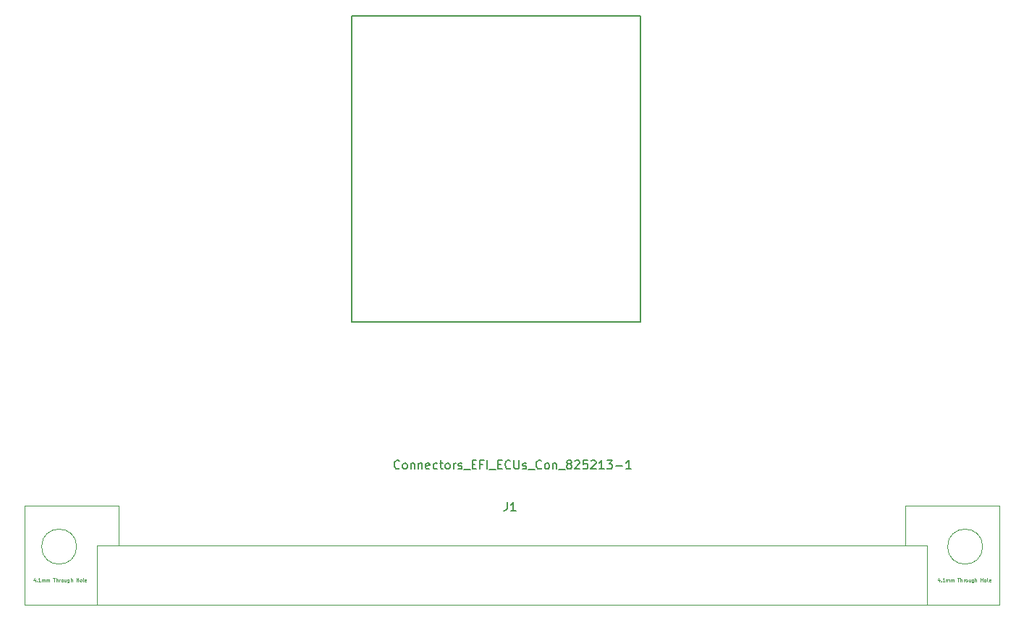
<source format=gto>
G04 #@! TF.GenerationSoftware,KiCad,Pcbnew,7.0.11-7.0.11~ubuntu22.04.1*
G04 #@! TF.CreationDate,2024-02-28T16:56:23+00:00*
G04 #@! TF.ProjectId,balefi,62616c65-6669-42e6-9b69-6361645f7063,rev?*
G04 #@! TF.SameCoordinates,Original*
G04 #@! TF.FileFunction,Legend,Top*
G04 #@! TF.FilePolarity,Positive*
%FSLAX46Y46*%
G04 Gerber Fmt 4.6, Leading zero omitted, Abs format (unit mm)*
G04 Created by KiCad (PCBNEW 7.0.11-7.0.11~ubuntu22.04.1) date 2024-02-28 16:56:23*
%MOMM*%
%LPD*%
G01*
G04 APERTURE LIST*
%ADD10C,0.150000*%
%ADD11C,0.050000*%
%ADD12C,0.120000*%
%ADD13C,0.200000*%
G04 APERTURE END LIST*
D10*
X77416666Y12095181D02*
X77416666Y11380896D01*
X77416666Y11380896D02*
X77369047Y11238039D01*
X77369047Y11238039D02*
X77273809Y11142800D01*
X77273809Y11142800D02*
X77130952Y11095181D01*
X77130952Y11095181D02*
X77035714Y11095181D01*
X78416666Y11095181D02*
X77845238Y11095181D01*
X78130952Y11095181D02*
X78130952Y12095181D01*
X78130952Y12095181D02*
X78035714Y11952324D01*
X78035714Y11952324D02*
X77940476Y11857086D01*
X77940476Y11857086D02*
X77845238Y11809467D01*
X64811903Y16090420D02*
X64764284Y16042800D01*
X64764284Y16042800D02*
X64621427Y15995181D01*
X64621427Y15995181D02*
X64526189Y15995181D01*
X64526189Y15995181D02*
X64383332Y16042800D01*
X64383332Y16042800D02*
X64288094Y16138039D01*
X64288094Y16138039D02*
X64240475Y16233277D01*
X64240475Y16233277D02*
X64192856Y16423753D01*
X64192856Y16423753D02*
X64192856Y16566610D01*
X64192856Y16566610D02*
X64240475Y16757086D01*
X64240475Y16757086D02*
X64288094Y16852324D01*
X64288094Y16852324D02*
X64383332Y16947562D01*
X64383332Y16947562D02*
X64526189Y16995181D01*
X64526189Y16995181D02*
X64621427Y16995181D01*
X64621427Y16995181D02*
X64764284Y16947562D01*
X64764284Y16947562D02*
X64811903Y16899943D01*
X65383332Y15995181D02*
X65288094Y16042800D01*
X65288094Y16042800D02*
X65240475Y16090420D01*
X65240475Y16090420D02*
X65192856Y16185658D01*
X65192856Y16185658D02*
X65192856Y16471372D01*
X65192856Y16471372D02*
X65240475Y16566610D01*
X65240475Y16566610D02*
X65288094Y16614229D01*
X65288094Y16614229D02*
X65383332Y16661848D01*
X65383332Y16661848D02*
X65526189Y16661848D01*
X65526189Y16661848D02*
X65621427Y16614229D01*
X65621427Y16614229D02*
X65669046Y16566610D01*
X65669046Y16566610D02*
X65716665Y16471372D01*
X65716665Y16471372D02*
X65716665Y16185658D01*
X65716665Y16185658D02*
X65669046Y16090420D01*
X65669046Y16090420D02*
X65621427Y16042800D01*
X65621427Y16042800D02*
X65526189Y15995181D01*
X65526189Y15995181D02*
X65383332Y15995181D01*
X66145237Y16661848D02*
X66145237Y15995181D01*
X66145237Y16566610D02*
X66192856Y16614229D01*
X66192856Y16614229D02*
X66288094Y16661848D01*
X66288094Y16661848D02*
X66430951Y16661848D01*
X66430951Y16661848D02*
X66526189Y16614229D01*
X66526189Y16614229D02*
X66573808Y16518991D01*
X66573808Y16518991D02*
X66573808Y15995181D01*
X67049999Y16661848D02*
X67049999Y15995181D01*
X67049999Y16566610D02*
X67097618Y16614229D01*
X67097618Y16614229D02*
X67192856Y16661848D01*
X67192856Y16661848D02*
X67335713Y16661848D01*
X67335713Y16661848D02*
X67430951Y16614229D01*
X67430951Y16614229D02*
X67478570Y16518991D01*
X67478570Y16518991D02*
X67478570Y15995181D01*
X68335713Y16042800D02*
X68240475Y15995181D01*
X68240475Y15995181D02*
X68049999Y15995181D01*
X68049999Y15995181D02*
X67954761Y16042800D01*
X67954761Y16042800D02*
X67907142Y16138039D01*
X67907142Y16138039D02*
X67907142Y16518991D01*
X67907142Y16518991D02*
X67954761Y16614229D01*
X67954761Y16614229D02*
X68049999Y16661848D01*
X68049999Y16661848D02*
X68240475Y16661848D01*
X68240475Y16661848D02*
X68335713Y16614229D01*
X68335713Y16614229D02*
X68383332Y16518991D01*
X68383332Y16518991D02*
X68383332Y16423753D01*
X68383332Y16423753D02*
X67907142Y16328515D01*
X69240475Y16042800D02*
X69145237Y15995181D01*
X69145237Y15995181D02*
X68954761Y15995181D01*
X68954761Y15995181D02*
X68859523Y16042800D01*
X68859523Y16042800D02*
X68811904Y16090420D01*
X68811904Y16090420D02*
X68764285Y16185658D01*
X68764285Y16185658D02*
X68764285Y16471372D01*
X68764285Y16471372D02*
X68811904Y16566610D01*
X68811904Y16566610D02*
X68859523Y16614229D01*
X68859523Y16614229D02*
X68954761Y16661848D01*
X68954761Y16661848D02*
X69145237Y16661848D01*
X69145237Y16661848D02*
X69240475Y16614229D01*
X69526190Y16661848D02*
X69907142Y16661848D01*
X69669047Y16995181D02*
X69669047Y16138039D01*
X69669047Y16138039D02*
X69716666Y16042800D01*
X69716666Y16042800D02*
X69811904Y15995181D01*
X69811904Y15995181D02*
X69907142Y15995181D01*
X70383333Y15995181D02*
X70288095Y16042800D01*
X70288095Y16042800D02*
X70240476Y16090420D01*
X70240476Y16090420D02*
X70192857Y16185658D01*
X70192857Y16185658D02*
X70192857Y16471372D01*
X70192857Y16471372D02*
X70240476Y16566610D01*
X70240476Y16566610D02*
X70288095Y16614229D01*
X70288095Y16614229D02*
X70383333Y16661848D01*
X70383333Y16661848D02*
X70526190Y16661848D01*
X70526190Y16661848D02*
X70621428Y16614229D01*
X70621428Y16614229D02*
X70669047Y16566610D01*
X70669047Y16566610D02*
X70716666Y16471372D01*
X70716666Y16471372D02*
X70716666Y16185658D01*
X70716666Y16185658D02*
X70669047Y16090420D01*
X70669047Y16090420D02*
X70621428Y16042800D01*
X70621428Y16042800D02*
X70526190Y15995181D01*
X70526190Y15995181D02*
X70383333Y15995181D01*
X71145238Y15995181D02*
X71145238Y16661848D01*
X71145238Y16471372D02*
X71192857Y16566610D01*
X71192857Y16566610D02*
X71240476Y16614229D01*
X71240476Y16614229D02*
X71335714Y16661848D01*
X71335714Y16661848D02*
X71430952Y16661848D01*
X71716667Y16042800D02*
X71811905Y15995181D01*
X71811905Y15995181D02*
X72002381Y15995181D01*
X72002381Y15995181D02*
X72097619Y16042800D01*
X72097619Y16042800D02*
X72145238Y16138039D01*
X72145238Y16138039D02*
X72145238Y16185658D01*
X72145238Y16185658D02*
X72097619Y16280896D01*
X72097619Y16280896D02*
X72002381Y16328515D01*
X72002381Y16328515D02*
X71859524Y16328515D01*
X71859524Y16328515D02*
X71764286Y16376134D01*
X71764286Y16376134D02*
X71716667Y16471372D01*
X71716667Y16471372D02*
X71716667Y16518991D01*
X71716667Y16518991D02*
X71764286Y16614229D01*
X71764286Y16614229D02*
X71859524Y16661848D01*
X71859524Y16661848D02*
X72002381Y16661848D01*
X72002381Y16661848D02*
X72097619Y16614229D01*
X72335715Y15899943D02*
X73097619Y15899943D01*
X73335715Y16518991D02*
X73669048Y16518991D01*
X73811905Y15995181D02*
X73335715Y15995181D01*
X73335715Y15995181D02*
X73335715Y16995181D01*
X73335715Y16995181D02*
X73811905Y16995181D01*
X74573810Y16518991D02*
X74240477Y16518991D01*
X74240477Y15995181D02*
X74240477Y16995181D01*
X74240477Y16995181D02*
X74716667Y16995181D01*
X75097620Y15995181D02*
X75097620Y16995181D01*
X75335715Y15899943D02*
X76097619Y15899943D01*
X76335715Y16518991D02*
X76669048Y16518991D01*
X76811905Y15995181D02*
X76335715Y15995181D01*
X76335715Y15995181D02*
X76335715Y16995181D01*
X76335715Y16995181D02*
X76811905Y16995181D01*
X77811905Y16090420D02*
X77764286Y16042800D01*
X77764286Y16042800D02*
X77621429Y15995181D01*
X77621429Y15995181D02*
X77526191Y15995181D01*
X77526191Y15995181D02*
X77383334Y16042800D01*
X77383334Y16042800D02*
X77288096Y16138039D01*
X77288096Y16138039D02*
X77240477Y16233277D01*
X77240477Y16233277D02*
X77192858Y16423753D01*
X77192858Y16423753D02*
X77192858Y16566610D01*
X77192858Y16566610D02*
X77240477Y16757086D01*
X77240477Y16757086D02*
X77288096Y16852324D01*
X77288096Y16852324D02*
X77383334Y16947562D01*
X77383334Y16947562D02*
X77526191Y16995181D01*
X77526191Y16995181D02*
X77621429Y16995181D01*
X77621429Y16995181D02*
X77764286Y16947562D01*
X77764286Y16947562D02*
X77811905Y16899943D01*
X78240477Y16995181D02*
X78240477Y16185658D01*
X78240477Y16185658D02*
X78288096Y16090420D01*
X78288096Y16090420D02*
X78335715Y16042800D01*
X78335715Y16042800D02*
X78430953Y15995181D01*
X78430953Y15995181D02*
X78621429Y15995181D01*
X78621429Y15995181D02*
X78716667Y16042800D01*
X78716667Y16042800D02*
X78764286Y16090420D01*
X78764286Y16090420D02*
X78811905Y16185658D01*
X78811905Y16185658D02*
X78811905Y16995181D01*
X79240477Y16042800D02*
X79335715Y15995181D01*
X79335715Y15995181D02*
X79526191Y15995181D01*
X79526191Y15995181D02*
X79621429Y16042800D01*
X79621429Y16042800D02*
X79669048Y16138039D01*
X79669048Y16138039D02*
X79669048Y16185658D01*
X79669048Y16185658D02*
X79621429Y16280896D01*
X79621429Y16280896D02*
X79526191Y16328515D01*
X79526191Y16328515D02*
X79383334Y16328515D01*
X79383334Y16328515D02*
X79288096Y16376134D01*
X79288096Y16376134D02*
X79240477Y16471372D01*
X79240477Y16471372D02*
X79240477Y16518991D01*
X79240477Y16518991D02*
X79288096Y16614229D01*
X79288096Y16614229D02*
X79383334Y16661848D01*
X79383334Y16661848D02*
X79526191Y16661848D01*
X79526191Y16661848D02*
X79621429Y16614229D01*
X79859525Y15899943D02*
X80621429Y15899943D01*
X81430953Y16090420D02*
X81383334Y16042800D01*
X81383334Y16042800D02*
X81240477Y15995181D01*
X81240477Y15995181D02*
X81145239Y15995181D01*
X81145239Y15995181D02*
X81002382Y16042800D01*
X81002382Y16042800D02*
X80907144Y16138039D01*
X80907144Y16138039D02*
X80859525Y16233277D01*
X80859525Y16233277D02*
X80811906Y16423753D01*
X80811906Y16423753D02*
X80811906Y16566610D01*
X80811906Y16566610D02*
X80859525Y16757086D01*
X80859525Y16757086D02*
X80907144Y16852324D01*
X80907144Y16852324D02*
X81002382Y16947562D01*
X81002382Y16947562D02*
X81145239Y16995181D01*
X81145239Y16995181D02*
X81240477Y16995181D01*
X81240477Y16995181D02*
X81383334Y16947562D01*
X81383334Y16947562D02*
X81430953Y16899943D01*
X82002382Y15995181D02*
X81907144Y16042800D01*
X81907144Y16042800D02*
X81859525Y16090420D01*
X81859525Y16090420D02*
X81811906Y16185658D01*
X81811906Y16185658D02*
X81811906Y16471372D01*
X81811906Y16471372D02*
X81859525Y16566610D01*
X81859525Y16566610D02*
X81907144Y16614229D01*
X81907144Y16614229D02*
X82002382Y16661848D01*
X82002382Y16661848D02*
X82145239Y16661848D01*
X82145239Y16661848D02*
X82240477Y16614229D01*
X82240477Y16614229D02*
X82288096Y16566610D01*
X82288096Y16566610D02*
X82335715Y16471372D01*
X82335715Y16471372D02*
X82335715Y16185658D01*
X82335715Y16185658D02*
X82288096Y16090420D01*
X82288096Y16090420D02*
X82240477Y16042800D01*
X82240477Y16042800D02*
X82145239Y15995181D01*
X82145239Y15995181D02*
X82002382Y15995181D01*
X82764287Y16661848D02*
X82764287Y15995181D01*
X82764287Y16566610D02*
X82811906Y16614229D01*
X82811906Y16614229D02*
X82907144Y16661848D01*
X82907144Y16661848D02*
X83050001Y16661848D01*
X83050001Y16661848D02*
X83145239Y16614229D01*
X83145239Y16614229D02*
X83192858Y16518991D01*
X83192858Y16518991D02*
X83192858Y15995181D01*
X83430954Y15899943D02*
X84192858Y15899943D01*
X84573811Y16566610D02*
X84478573Y16614229D01*
X84478573Y16614229D02*
X84430954Y16661848D01*
X84430954Y16661848D02*
X84383335Y16757086D01*
X84383335Y16757086D02*
X84383335Y16804705D01*
X84383335Y16804705D02*
X84430954Y16899943D01*
X84430954Y16899943D02*
X84478573Y16947562D01*
X84478573Y16947562D02*
X84573811Y16995181D01*
X84573811Y16995181D02*
X84764287Y16995181D01*
X84764287Y16995181D02*
X84859525Y16947562D01*
X84859525Y16947562D02*
X84907144Y16899943D01*
X84907144Y16899943D02*
X84954763Y16804705D01*
X84954763Y16804705D02*
X84954763Y16757086D01*
X84954763Y16757086D02*
X84907144Y16661848D01*
X84907144Y16661848D02*
X84859525Y16614229D01*
X84859525Y16614229D02*
X84764287Y16566610D01*
X84764287Y16566610D02*
X84573811Y16566610D01*
X84573811Y16566610D02*
X84478573Y16518991D01*
X84478573Y16518991D02*
X84430954Y16471372D01*
X84430954Y16471372D02*
X84383335Y16376134D01*
X84383335Y16376134D02*
X84383335Y16185658D01*
X84383335Y16185658D02*
X84430954Y16090420D01*
X84430954Y16090420D02*
X84478573Y16042800D01*
X84478573Y16042800D02*
X84573811Y15995181D01*
X84573811Y15995181D02*
X84764287Y15995181D01*
X84764287Y15995181D02*
X84859525Y16042800D01*
X84859525Y16042800D02*
X84907144Y16090420D01*
X84907144Y16090420D02*
X84954763Y16185658D01*
X84954763Y16185658D02*
X84954763Y16376134D01*
X84954763Y16376134D02*
X84907144Y16471372D01*
X84907144Y16471372D02*
X84859525Y16518991D01*
X84859525Y16518991D02*
X84764287Y16566610D01*
X85335716Y16899943D02*
X85383335Y16947562D01*
X85383335Y16947562D02*
X85478573Y16995181D01*
X85478573Y16995181D02*
X85716668Y16995181D01*
X85716668Y16995181D02*
X85811906Y16947562D01*
X85811906Y16947562D02*
X85859525Y16899943D01*
X85859525Y16899943D02*
X85907144Y16804705D01*
X85907144Y16804705D02*
X85907144Y16709467D01*
X85907144Y16709467D02*
X85859525Y16566610D01*
X85859525Y16566610D02*
X85288097Y15995181D01*
X85288097Y15995181D02*
X85907144Y15995181D01*
X86811906Y16995181D02*
X86335716Y16995181D01*
X86335716Y16995181D02*
X86288097Y16518991D01*
X86288097Y16518991D02*
X86335716Y16566610D01*
X86335716Y16566610D02*
X86430954Y16614229D01*
X86430954Y16614229D02*
X86669049Y16614229D01*
X86669049Y16614229D02*
X86764287Y16566610D01*
X86764287Y16566610D02*
X86811906Y16518991D01*
X86811906Y16518991D02*
X86859525Y16423753D01*
X86859525Y16423753D02*
X86859525Y16185658D01*
X86859525Y16185658D02*
X86811906Y16090420D01*
X86811906Y16090420D02*
X86764287Y16042800D01*
X86764287Y16042800D02*
X86669049Y15995181D01*
X86669049Y15995181D02*
X86430954Y15995181D01*
X86430954Y15995181D02*
X86335716Y16042800D01*
X86335716Y16042800D02*
X86288097Y16090420D01*
X87240478Y16899943D02*
X87288097Y16947562D01*
X87288097Y16947562D02*
X87383335Y16995181D01*
X87383335Y16995181D02*
X87621430Y16995181D01*
X87621430Y16995181D02*
X87716668Y16947562D01*
X87716668Y16947562D02*
X87764287Y16899943D01*
X87764287Y16899943D02*
X87811906Y16804705D01*
X87811906Y16804705D02*
X87811906Y16709467D01*
X87811906Y16709467D02*
X87764287Y16566610D01*
X87764287Y16566610D02*
X87192859Y15995181D01*
X87192859Y15995181D02*
X87811906Y15995181D01*
X88764287Y15995181D02*
X88192859Y15995181D01*
X88478573Y15995181D02*
X88478573Y16995181D01*
X88478573Y16995181D02*
X88383335Y16852324D01*
X88383335Y16852324D02*
X88288097Y16757086D01*
X88288097Y16757086D02*
X88192859Y16709467D01*
X89097621Y16995181D02*
X89716668Y16995181D01*
X89716668Y16995181D02*
X89383335Y16614229D01*
X89383335Y16614229D02*
X89526192Y16614229D01*
X89526192Y16614229D02*
X89621430Y16566610D01*
X89621430Y16566610D02*
X89669049Y16518991D01*
X89669049Y16518991D02*
X89716668Y16423753D01*
X89716668Y16423753D02*
X89716668Y16185658D01*
X89716668Y16185658D02*
X89669049Y16090420D01*
X89669049Y16090420D02*
X89621430Y16042800D01*
X89621430Y16042800D02*
X89526192Y15995181D01*
X89526192Y15995181D02*
X89240478Y15995181D01*
X89240478Y15995181D02*
X89145240Y16042800D01*
X89145240Y16042800D02*
X89097621Y16090420D01*
X90145240Y16376134D02*
X90907145Y16376134D01*
X91907144Y15995181D02*
X91335716Y15995181D01*
X91621430Y15995181D02*
X91621430Y16995181D01*
X91621430Y16995181D02*
X91526192Y16852324D01*
X91526192Y16852324D02*
X91430954Y16757086D01*
X91430954Y16757086D02*
X91335716Y16709467D01*
D11*
X22204761Y3084220D02*
X22204761Y2817553D01*
X22109523Y3236600D02*
X22014285Y2950886D01*
X22014285Y2950886D02*
X22261904Y2950886D01*
X22414285Y2855648D02*
X22433332Y2836600D01*
X22433332Y2836600D02*
X22414285Y2817553D01*
X22414285Y2817553D02*
X22395237Y2836600D01*
X22395237Y2836600D02*
X22414285Y2855648D01*
X22414285Y2855648D02*
X22414285Y2817553D01*
X22814284Y2817553D02*
X22585713Y2817553D01*
X22699999Y2817553D02*
X22699999Y3217553D01*
X22699999Y3217553D02*
X22661903Y3160410D01*
X22661903Y3160410D02*
X22623808Y3122315D01*
X22623808Y3122315D02*
X22585713Y3103267D01*
X22985713Y2817553D02*
X22985713Y3084220D01*
X22985713Y3046124D02*
X23004760Y3065172D01*
X23004760Y3065172D02*
X23042855Y3084220D01*
X23042855Y3084220D02*
X23099998Y3084220D01*
X23099998Y3084220D02*
X23138094Y3065172D01*
X23138094Y3065172D02*
X23157141Y3027077D01*
X23157141Y3027077D02*
X23157141Y2817553D01*
X23157141Y3027077D02*
X23176189Y3065172D01*
X23176189Y3065172D02*
X23214284Y3084220D01*
X23214284Y3084220D02*
X23271427Y3084220D01*
X23271427Y3084220D02*
X23309522Y3065172D01*
X23309522Y3065172D02*
X23328570Y3027077D01*
X23328570Y3027077D02*
X23328570Y2817553D01*
X23519046Y2817553D02*
X23519046Y3084220D01*
X23519046Y3046124D02*
X23538093Y3065172D01*
X23538093Y3065172D02*
X23576188Y3084220D01*
X23576188Y3084220D02*
X23633331Y3084220D01*
X23633331Y3084220D02*
X23671427Y3065172D01*
X23671427Y3065172D02*
X23690474Y3027077D01*
X23690474Y3027077D02*
X23690474Y2817553D01*
X23690474Y3027077D02*
X23709522Y3065172D01*
X23709522Y3065172D02*
X23747617Y3084220D01*
X23747617Y3084220D02*
X23804760Y3084220D01*
X23804760Y3084220D02*
X23842855Y3065172D01*
X23842855Y3065172D02*
X23861903Y3027077D01*
X23861903Y3027077D02*
X23861903Y2817553D01*
X24299998Y3217553D02*
X24528569Y3217553D01*
X24414283Y2817553D02*
X24414283Y3217553D01*
X24661903Y2817553D02*
X24661903Y3217553D01*
X24833331Y2817553D02*
X24833331Y3027077D01*
X24833331Y3027077D02*
X24814284Y3065172D01*
X24814284Y3065172D02*
X24776188Y3084220D01*
X24776188Y3084220D02*
X24719045Y3084220D01*
X24719045Y3084220D02*
X24680950Y3065172D01*
X24680950Y3065172D02*
X24661903Y3046124D01*
X25023808Y2817553D02*
X25023808Y3084220D01*
X25023808Y3008029D02*
X25042855Y3046124D01*
X25042855Y3046124D02*
X25061903Y3065172D01*
X25061903Y3065172D02*
X25099998Y3084220D01*
X25099998Y3084220D02*
X25138093Y3084220D01*
X25328569Y2817553D02*
X25290474Y2836600D01*
X25290474Y2836600D02*
X25271427Y2855648D01*
X25271427Y2855648D02*
X25252379Y2893743D01*
X25252379Y2893743D02*
X25252379Y3008029D01*
X25252379Y3008029D02*
X25271427Y3046124D01*
X25271427Y3046124D02*
X25290474Y3065172D01*
X25290474Y3065172D02*
X25328569Y3084220D01*
X25328569Y3084220D02*
X25385712Y3084220D01*
X25385712Y3084220D02*
X25423808Y3065172D01*
X25423808Y3065172D02*
X25442855Y3046124D01*
X25442855Y3046124D02*
X25461903Y3008029D01*
X25461903Y3008029D02*
X25461903Y2893743D01*
X25461903Y2893743D02*
X25442855Y2855648D01*
X25442855Y2855648D02*
X25423808Y2836600D01*
X25423808Y2836600D02*
X25385712Y2817553D01*
X25385712Y2817553D02*
X25328569Y2817553D01*
X25804760Y3084220D02*
X25804760Y2817553D01*
X25633332Y3084220D02*
X25633332Y2874696D01*
X25633332Y2874696D02*
X25652379Y2836600D01*
X25652379Y2836600D02*
X25690474Y2817553D01*
X25690474Y2817553D02*
X25747617Y2817553D01*
X25747617Y2817553D02*
X25785713Y2836600D01*
X25785713Y2836600D02*
X25804760Y2855648D01*
X26166665Y3084220D02*
X26166665Y2760410D01*
X26166665Y2760410D02*
X26147618Y2722315D01*
X26147618Y2722315D02*
X26128570Y2703267D01*
X26128570Y2703267D02*
X26090475Y2684220D01*
X26090475Y2684220D02*
X26033332Y2684220D01*
X26033332Y2684220D02*
X25995237Y2703267D01*
X26166665Y2836600D02*
X26128570Y2817553D01*
X26128570Y2817553D02*
X26052379Y2817553D01*
X26052379Y2817553D02*
X26014284Y2836600D01*
X26014284Y2836600D02*
X25995237Y2855648D01*
X25995237Y2855648D02*
X25976189Y2893743D01*
X25976189Y2893743D02*
X25976189Y3008029D01*
X25976189Y3008029D02*
X25995237Y3046124D01*
X25995237Y3046124D02*
X26014284Y3065172D01*
X26014284Y3065172D02*
X26052379Y3084220D01*
X26052379Y3084220D02*
X26128570Y3084220D01*
X26128570Y3084220D02*
X26166665Y3065172D01*
X26357142Y2817553D02*
X26357142Y3217553D01*
X26528570Y2817553D02*
X26528570Y3027077D01*
X26528570Y3027077D02*
X26509523Y3065172D01*
X26509523Y3065172D02*
X26471427Y3084220D01*
X26471427Y3084220D02*
X26414284Y3084220D01*
X26414284Y3084220D02*
X26376189Y3065172D01*
X26376189Y3065172D02*
X26357142Y3046124D01*
X27023809Y2817553D02*
X27023809Y3217553D01*
X27023809Y3027077D02*
X27252380Y3027077D01*
X27252380Y2817553D02*
X27252380Y3217553D01*
X27499999Y2817553D02*
X27461904Y2836600D01*
X27461904Y2836600D02*
X27442857Y2855648D01*
X27442857Y2855648D02*
X27423809Y2893743D01*
X27423809Y2893743D02*
X27423809Y3008029D01*
X27423809Y3008029D02*
X27442857Y3046124D01*
X27442857Y3046124D02*
X27461904Y3065172D01*
X27461904Y3065172D02*
X27499999Y3084220D01*
X27499999Y3084220D02*
X27557142Y3084220D01*
X27557142Y3084220D02*
X27595238Y3065172D01*
X27595238Y3065172D02*
X27614285Y3046124D01*
X27614285Y3046124D02*
X27633333Y3008029D01*
X27633333Y3008029D02*
X27633333Y2893743D01*
X27633333Y2893743D02*
X27614285Y2855648D01*
X27614285Y2855648D02*
X27595238Y2836600D01*
X27595238Y2836600D02*
X27557142Y2817553D01*
X27557142Y2817553D02*
X27499999Y2817553D01*
X27861904Y2817553D02*
X27823809Y2836600D01*
X27823809Y2836600D02*
X27804762Y2874696D01*
X27804762Y2874696D02*
X27804762Y3217553D01*
X28166667Y2836600D02*
X28128571Y2817553D01*
X28128571Y2817553D02*
X28052381Y2817553D01*
X28052381Y2817553D02*
X28014286Y2836600D01*
X28014286Y2836600D02*
X27995238Y2874696D01*
X27995238Y2874696D02*
X27995238Y3027077D01*
X27995238Y3027077D02*
X28014286Y3065172D01*
X28014286Y3065172D02*
X28052381Y3084220D01*
X28052381Y3084220D02*
X28128571Y3084220D01*
X28128571Y3084220D02*
X28166667Y3065172D01*
X28166667Y3065172D02*
X28185714Y3027077D01*
X28185714Y3027077D02*
X28185714Y2988981D01*
X28185714Y2988981D02*
X27995238Y2950886D01*
X128004761Y3084220D02*
X128004761Y2817553D01*
X127909523Y3236600D02*
X127814285Y2950886D01*
X127814285Y2950886D02*
X128061904Y2950886D01*
X128214285Y2855648D02*
X128233332Y2836600D01*
X128233332Y2836600D02*
X128214285Y2817553D01*
X128214285Y2817553D02*
X128195237Y2836600D01*
X128195237Y2836600D02*
X128214285Y2855648D01*
X128214285Y2855648D02*
X128214285Y2817553D01*
X128614284Y2817553D02*
X128385713Y2817553D01*
X128499999Y2817553D02*
X128499999Y3217553D01*
X128499999Y3217553D02*
X128461903Y3160410D01*
X128461903Y3160410D02*
X128423808Y3122315D01*
X128423808Y3122315D02*
X128385713Y3103267D01*
X128785713Y2817553D02*
X128785713Y3084220D01*
X128785713Y3046124D02*
X128804760Y3065172D01*
X128804760Y3065172D02*
X128842855Y3084220D01*
X128842855Y3084220D02*
X128899998Y3084220D01*
X128899998Y3084220D02*
X128938094Y3065172D01*
X128938094Y3065172D02*
X128957141Y3027077D01*
X128957141Y3027077D02*
X128957141Y2817553D01*
X128957141Y3027077D02*
X128976189Y3065172D01*
X128976189Y3065172D02*
X129014284Y3084220D01*
X129014284Y3084220D02*
X129071427Y3084220D01*
X129071427Y3084220D02*
X129109522Y3065172D01*
X129109522Y3065172D02*
X129128570Y3027077D01*
X129128570Y3027077D02*
X129128570Y2817553D01*
X129319046Y2817553D02*
X129319046Y3084220D01*
X129319046Y3046124D02*
X129338093Y3065172D01*
X129338093Y3065172D02*
X129376188Y3084220D01*
X129376188Y3084220D02*
X129433331Y3084220D01*
X129433331Y3084220D02*
X129471427Y3065172D01*
X129471427Y3065172D02*
X129490474Y3027077D01*
X129490474Y3027077D02*
X129490474Y2817553D01*
X129490474Y3027077D02*
X129509522Y3065172D01*
X129509522Y3065172D02*
X129547617Y3084220D01*
X129547617Y3084220D02*
X129604760Y3084220D01*
X129604760Y3084220D02*
X129642855Y3065172D01*
X129642855Y3065172D02*
X129661903Y3027077D01*
X129661903Y3027077D02*
X129661903Y2817553D01*
X130099998Y3217553D02*
X130328569Y3217553D01*
X130214283Y2817553D02*
X130214283Y3217553D01*
X130461903Y2817553D02*
X130461903Y3217553D01*
X130633331Y2817553D02*
X130633331Y3027077D01*
X130633331Y3027077D02*
X130614284Y3065172D01*
X130614284Y3065172D02*
X130576188Y3084220D01*
X130576188Y3084220D02*
X130519045Y3084220D01*
X130519045Y3084220D02*
X130480950Y3065172D01*
X130480950Y3065172D02*
X130461903Y3046124D01*
X130823808Y2817553D02*
X130823808Y3084220D01*
X130823808Y3008029D02*
X130842855Y3046124D01*
X130842855Y3046124D02*
X130861903Y3065172D01*
X130861903Y3065172D02*
X130899998Y3084220D01*
X130899998Y3084220D02*
X130938093Y3084220D01*
X131128569Y2817553D02*
X131090474Y2836600D01*
X131090474Y2836600D02*
X131071427Y2855648D01*
X131071427Y2855648D02*
X131052379Y2893743D01*
X131052379Y2893743D02*
X131052379Y3008029D01*
X131052379Y3008029D02*
X131071427Y3046124D01*
X131071427Y3046124D02*
X131090474Y3065172D01*
X131090474Y3065172D02*
X131128569Y3084220D01*
X131128569Y3084220D02*
X131185712Y3084220D01*
X131185712Y3084220D02*
X131223808Y3065172D01*
X131223808Y3065172D02*
X131242855Y3046124D01*
X131242855Y3046124D02*
X131261903Y3008029D01*
X131261903Y3008029D02*
X131261903Y2893743D01*
X131261903Y2893743D02*
X131242855Y2855648D01*
X131242855Y2855648D02*
X131223808Y2836600D01*
X131223808Y2836600D02*
X131185712Y2817553D01*
X131185712Y2817553D02*
X131128569Y2817553D01*
X131604760Y3084220D02*
X131604760Y2817553D01*
X131433332Y3084220D02*
X131433332Y2874696D01*
X131433332Y2874696D02*
X131452379Y2836600D01*
X131452379Y2836600D02*
X131490474Y2817553D01*
X131490474Y2817553D02*
X131547617Y2817553D01*
X131547617Y2817553D02*
X131585713Y2836600D01*
X131585713Y2836600D02*
X131604760Y2855648D01*
X131966665Y3084220D02*
X131966665Y2760410D01*
X131966665Y2760410D02*
X131947618Y2722315D01*
X131947618Y2722315D02*
X131928570Y2703267D01*
X131928570Y2703267D02*
X131890475Y2684220D01*
X131890475Y2684220D02*
X131833332Y2684220D01*
X131833332Y2684220D02*
X131795237Y2703267D01*
X131966665Y2836600D02*
X131928570Y2817553D01*
X131928570Y2817553D02*
X131852379Y2817553D01*
X131852379Y2817553D02*
X131814284Y2836600D01*
X131814284Y2836600D02*
X131795237Y2855648D01*
X131795237Y2855648D02*
X131776189Y2893743D01*
X131776189Y2893743D02*
X131776189Y3008029D01*
X131776189Y3008029D02*
X131795237Y3046124D01*
X131795237Y3046124D02*
X131814284Y3065172D01*
X131814284Y3065172D02*
X131852379Y3084220D01*
X131852379Y3084220D02*
X131928570Y3084220D01*
X131928570Y3084220D02*
X131966665Y3065172D01*
X132157142Y2817553D02*
X132157142Y3217553D01*
X132328570Y2817553D02*
X132328570Y3027077D01*
X132328570Y3027077D02*
X132309523Y3065172D01*
X132309523Y3065172D02*
X132271427Y3084220D01*
X132271427Y3084220D02*
X132214284Y3084220D01*
X132214284Y3084220D02*
X132176189Y3065172D01*
X132176189Y3065172D02*
X132157142Y3046124D01*
X132823809Y2817553D02*
X132823809Y3217553D01*
X132823809Y3027077D02*
X133052380Y3027077D01*
X133052380Y2817553D02*
X133052380Y3217553D01*
X133299999Y2817553D02*
X133261904Y2836600D01*
X133261904Y2836600D02*
X133242857Y2855648D01*
X133242857Y2855648D02*
X133223809Y2893743D01*
X133223809Y2893743D02*
X133223809Y3008029D01*
X133223809Y3008029D02*
X133242857Y3046124D01*
X133242857Y3046124D02*
X133261904Y3065172D01*
X133261904Y3065172D02*
X133299999Y3084220D01*
X133299999Y3084220D02*
X133357142Y3084220D01*
X133357142Y3084220D02*
X133395238Y3065172D01*
X133395238Y3065172D02*
X133414285Y3046124D01*
X133414285Y3046124D02*
X133433333Y3008029D01*
X133433333Y3008029D02*
X133433333Y2893743D01*
X133433333Y2893743D02*
X133414285Y2855648D01*
X133414285Y2855648D02*
X133395238Y2836600D01*
X133395238Y2836600D02*
X133357142Y2817553D01*
X133357142Y2817553D02*
X133299999Y2817553D01*
X133661904Y2817553D02*
X133623809Y2836600D01*
X133623809Y2836600D02*
X133604762Y2874696D01*
X133604762Y2874696D02*
X133604762Y3217553D01*
X133966667Y2836600D02*
X133928571Y2817553D01*
X133928571Y2817553D02*
X133852381Y2817553D01*
X133852381Y2817553D02*
X133814286Y2836600D01*
X133814286Y2836600D02*
X133795238Y2874696D01*
X133795238Y2874696D02*
X133795238Y3027077D01*
X133795238Y3027077D02*
X133814286Y3065172D01*
X133814286Y3065172D02*
X133852381Y3084220D01*
X133852381Y3084220D02*
X133928571Y3084220D01*
X133928571Y3084220D02*
X133966667Y3065172D01*
X133966667Y3065172D02*
X133985714Y3027077D01*
X133985714Y3027077D02*
X133985714Y2988981D01*
X133985714Y2988981D02*
X133795238Y2950886D01*
D12*
G04 #@! TO.C,J1*
X135000000Y11700000D02*
X135000000Y100000D01*
X135000000Y11700000D02*
X124000000Y11700000D01*
X126550000Y7000000D02*
X126550000Y100000D01*
X126550000Y7000000D02*
X78000000Y7000000D01*
X124000000Y7000000D02*
X124000000Y11700000D01*
X32000000Y7000000D02*
X32000000Y11700000D01*
X29450000Y7000000D02*
X78000000Y7000000D01*
X29450000Y7000000D02*
X29450000Y100000D01*
X21000000Y100000D02*
X135000000Y100000D01*
X21000000Y11700000D02*
X32000000Y11700000D01*
X21000000Y11700000D02*
X21000000Y100000D01*
X133050000Y6900000D02*
G75*
G03*
X128950000Y6900000I-2050000J0D01*
G01*
X128950000Y6900000D02*
G75*
G03*
X133050000Y6900000I2050000J0D01*
G01*
X27050000Y6900000D02*
G75*
G03*
X22950000Y6900000I-2050000J0D01*
G01*
X22950000Y6900000D02*
G75*
G03*
X27050000Y6900000I2050000J0D01*
G01*
D13*
G04 #@! TO.C,M2*
X59249990Y69024985D02*
X93050000Y69024985D01*
X59249990Y33224995D02*
X59249990Y69024985D01*
X59249990Y33224995D02*
X93049990Y33224995D01*
X93050000Y33224995D02*
X93050000Y69024985D01*
G04 #@! TD*
M02*

</source>
